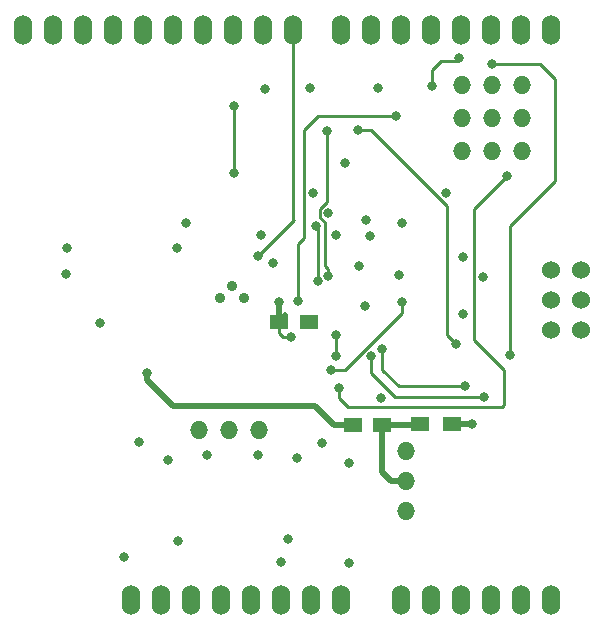
<source format=gbl>
G04 #@! TF.GenerationSoftware,KiCad,Pcbnew,no-vcs-found-2a3a699~58~ubuntu16.04.1*
G04 #@! TF.CreationDate,2017-05-21T17:49:45+03:00*
G04 #@! TF.ProjectId,interferometer,696E7465726665726F6D657465722E6B,rev?*
G04 #@! TF.FileFunction,Copper,L4,Bot,Signal*
G04 #@! TF.FilePolarity,Positive*
%FSLAX46Y46*%
G04 Gerber Fmt 4.6, Leading zero omitted, Abs format (unit mm)*
G04 Created by KiCad (PCBNEW no-vcs-found-2a3a699~58~ubuntu16.04.1) date Sun May 21 17:49:45 2017*
%MOMM*%
%LPD*%
G01*
G04 APERTURE LIST*
%ADD10C,0.100000*%
%ADD11R,1.500000X1.250000*%
%ADD12R,1.500000X1.300000*%
%ADD13O,1.524000X1.524000*%
%ADD14C,0.900000*%
%ADD15C,1.524000*%
%ADD16O,1.524000X2.540000*%
%ADD17C,0.800000*%
%ADD18C,0.508000*%
%ADD19C,0.250000*%
G04 APERTURE END LIST*
D10*
D11*
X162834000Y-107315000D03*
X165334000Y-107315000D03*
D12*
X171276000Y-107188000D03*
X168576000Y-107188000D03*
D13*
X167386000Y-114554000D03*
X167386000Y-112014000D03*
X167386000Y-109474000D03*
D14*
X153638000Y-96520000D03*
X151638000Y-96520000D03*
X152638000Y-95520000D03*
D11*
X156611000Y-98552000D03*
X159111000Y-98552000D03*
D13*
X172085000Y-81280000D03*
X174625000Y-81280000D03*
X177165000Y-81280000D03*
X172085000Y-78486000D03*
X174625000Y-78486000D03*
X177165000Y-78486000D03*
X149860000Y-107696000D03*
X152400000Y-107696000D03*
X154940000Y-107696000D03*
X172085000Y-84074000D03*
X174625000Y-84074000D03*
X177165000Y-84074000D03*
D15*
X182206173Y-99230349D03*
X179666173Y-99230349D03*
X182206173Y-96690349D03*
X179666173Y-96690349D03*
X182206173Y-94150349D03*
X179666173Y-94150349D03*
D16*
X144106173Y-122090349D03*
X146646173Y-122090349D03*
X134962173Y-73830349D03*
X137502173Y-73830349D03*
X154266173Y-122090349D03*
X140042173Y-73830349D03*
X142582173Y-73830349D03*
X145122173Y-73830349D03*
X147662173Y-73830349D03*
X150202173Y-73830349D03*
X152742173Y-73830349D03*
X155282173Y-73830349D03*
X157822173Y-73830349D03*
X161886173Y-73830349D03*
X164426173Y-73830349D03*
X166966173Y-73830349D03*
X169506173Y-73830349D03*
X172046173Y-73830349D03*
X174586173Y-73830349D03*
X177126173Y-73830349D03*
X179666173Y-73830349D03*
X149186173Y-122090349D03*
X151726173Y-122090349D03*
X156806173Y-122090349D03*
X159346173Y-122090349D03*
X161886173Y-122090349D03*
X172046173Y-122090349D03*
X169506173Y-122090349D03*
X166966173Y-122090349D03*
X174586173Y-122090349D03*
X177126173Y-122090349D03*
X179666173Y-122090349D03*
D17*
X160782000Y-89357200D03*
X173863000Y-94742000D03*
X172974000Y-107188000D03*
X157607000Y-99822000D03*
X156591000Y-96901000D03*
X161417000Y-91186000D03*
X156794200Y-118897400D03*
X143510000Y-118440200D03*
X148082000Y-117094000D03*
X157353000Y-116967000D03*
X162560000Y-118999000D03*
X162179000Y-85090000D03*
X138557000Y-94488000D03*
X138684000Y-92329000D03*
X155067000Y-91186000D03*
X172212000Y-93091000D03*
X172212000Y-97917000D03*
X147243800Y-110236000D03*
X144780000Y-108712000D03*
X148717000Y-90170000D03*
X164973000Y-78740000D03*
X159258004Y-78740000D03*
X155447998Y-78867000D03*
X147955000Y-92329000D03*
X150495000Y-109855000D03*
X171831000Y-76200000D03*
X169545000Y-78613000D03*
X166497000Y-81153000D03*
X158242000Y-96774000D03*
X163322000Y-82296000D03*
X171577000Y-100457000D03*
X154813000Y-92964000D03*
X152781000Y-80264000D03*
X152781000Y-85979000D03*
X160781942Y-94664927D03*
X160655000Y-82423000D03*
X159758239Y-90431761D03*
X159892980Y-95123000D03*
X170727659Y-87590341D03*
X156083000Y-93599000D03*
X159111000Y-98552000D03*
X164338000Y-91313000D03*
X159512000Y-87630000D03*
X158115000Y-110109004D03*
X154813000Y-109855000D03*
X160274000Y-108839000D03*
X161417000Y-101436010D03*
X161417000Y-99695000D03*
X161671000Y-104140000D03*
X175895000Y-86233000D03*
X176149000Y-101346000D03*
X172338994Y-104013000D03*
X165354000Y-100838000D03*
X174625000Y-76708000D03*
X173990000Y-104902000D03*
X164406160Y-101414160D03*
X163982400Y-89916000D03*
X163850000Y-97167700D03*
X166751000Y-94615010D03*
X163374990Y-93842140D03*
X165277800Y-105003600D03*
X167005000Y-90170000D03*
X141478000Y-98679000D03*
X162560000Y-110490000D03*
X166982288Y-96879498D03*
X161036000Y-102616000D03*
X145415000Y-102870000D03*
D18*
X171276000Y-107188000D02*
X172974000Y-107188000D01*
D19*
X157607000Y-99822000D02*
X156972000Y-99822000D01*
X156972000Y-99822000D02*
X156611000Y-99461000D01*
X156611000Y-99461000D02*
X156611000Y-98552000D01*
D18*
X156611000Y-98552000D02*
X156611000Y-96921000D01*
X156611000Y-96921000D02*
X156591000Y-96901000D01*
X157119000Y-98552000D02*
X157119000Y-97937000D01*
D19*
X170307000Y-76454000D02*
X171577000Y-76454000D01*
X171577000Y-76454000D02*
X171831000Y-76200000D01*
X169545000Y-77216000D02*
X170307000Y-76454000D01*
X169545000Y-78047315D02*
X169545000Y-77216000D01*
X169545000Y-78613000D02*
X169545000Y-78047315D01*
X159893000Y-81153000D02*
X166497000Y-81153000D01*
X158750000Y-82296000D02*
X159893000Y-81153000D01*
X158750000Y-91440000D02*
X158750000Y-82296000D01*
X158242000Y-91948000D02*
X158750000Y-91440000D01*
X158242000Y-92202000D02*
X158242000Y-91948000D01*
X158242000Y-96774000D02*
X158242000Y-92202000D01*
X170815000Y-99695000D02*
X170815000Y-88703002D01*
X171577000Y-100457000D02*
X170815000Y-99695000D01*
X170815000Y-88703002D02*
X164407998Y-82296000D01*
X164407998Y-82296000D02*
X163887685Y-82296000D01*
X163887685Y-82296000D02*
X163322000Y-82296000D01*
X157861000Y-89916000D02*
X157822173Y-89877173D01*
X157822173Y-89877173D02*
X157822173Y-73830349D01*
X154813000Y-92964000D02*
X157861000Y-89916000D01*
X152781000Y-85979000D02*
X152781000Y-80264000D01*
X160655000Y-82423000D02*
X160655000Y-88411198D01*
X160056999Y-89705201D02*
X160535599Y-90183801D01*
X160056999Y-89009199D02*
X160056999Y-89705201D01*
X160535599Y-93852899D02*
X160781942Y-94099242D01*
X160535599Y-90183801D02*
X160535599Y-93852899D01*
X160655000Y-88411198D02*
X160056999Y-89009199D01*
X160781942Y-94099242D02*
X160781942Y-94664927D01*
X159892980Y-90566502D02*
X159758239Y-90431761D01*
X159892980Y-95123000D02*
X159892980Y-90566502D01*
X159746000Y-98425000D02*
X159619000Y-98552000D01*
X175895000Y-86233000D02*
X173101000Y-89027000D01*
X175641000Y-102616000D02*
X175641000Y-105594004D01*
X173101000Y-89027000D02*
X173101000Y-100076000D01*
X173101000Y-100076000D02*
X175641000Y-102616000D01*
X175641000Y-105594004D02*
X175444004Y-105791000D01*
X175444004Y-105791000D02*
X162433000Y-105791000D01*
X162433000Y-105791000D02*
X161671000Y-105029000D01*
X161671000Y-105029000D02*
X161671000Y-104140000D01*
X161417000Y-99695000D02*
X161417000Y-101436010D01*
X165354000Y-100838000D02*
X165354000Y-102590600D01*
X165354000Y-102590600D02*
X166776400Y-104013000D01*
X166776400Y-104013000D02*
X171773309Y-104013000D01*
X171773309Y-104013000D02*
X172338994Y-104013000D01*
X176149000Y-100780315D02*
X176149000Y-101346000D01*
X179959000Y-86614000D02*
X176149000Y-90424000D01*
X179959000Y-77978000D02*
X179959000Y-86614000D01*
X178689000Y-76708000D02*
X179959000Y-77978000D01*
X174625000Y-76708000D02*
X178689000Y-76708000D01*
X176149000Y-90424000D02*
X176149000Y-100780315D01*
X164406160Y-101414160D02*
X164406160Y-102861960D01*
X164406160Y-102861960D02*
X166446200Y-104902000D01*
X166446200Y-104902000D02*
X173424315Y-104902000D01*
X173424315Y-104902000D02*
X173990000Y-104902000D01*
X166982288Y-96879498D02*
X166982288Y-97812712D01*
X166982288Y-97812712D02*
X162179000Y-102616000D01*
X162179000Y-102616000D02*
X161036000Y-102616000D01*
D18*
X161290000Y-107315000D02*
X162834000Y-107315000D01*
X159639000Y-105664000D02*
X161290000Y-107315000D01*
X147643315Y-105664000D02*
X159639000Y-105664000D01*
X145415000Y-102870000D02*
X145415000Y-103435685D01*
X145415000Y-103435685D02*
X147643315Y-105664000D01*
X166116000Y-112014000D02*
X167386000Y-112014000D01*
X165334000Y-111232000D02*
X166116000Y-112014000D01*
X165334000Y-107315000D02*
X165334000Y-111232000D01*
X165334000Y-107315000D02*
X168449000Y-107315000D01*
X168449000Y-107315000D02*
X168576000Y-107188000D01*
M02*

</source>
